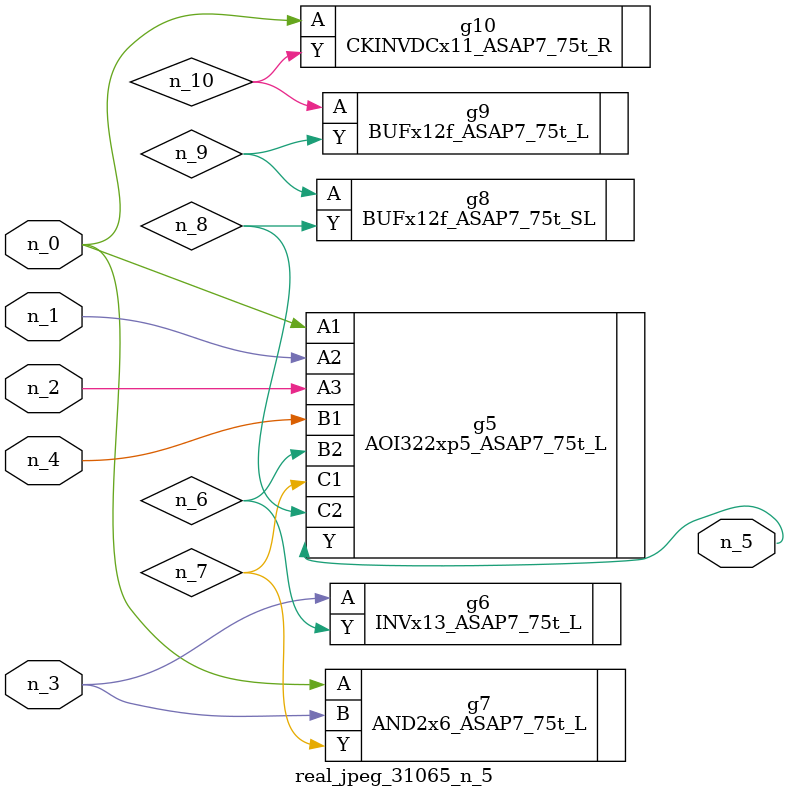
<source format=v>
module real_jpeg_31065_n_5 (n_4, n_0, n_1, n_2, n_3, n_5);

input n_4;
input n_0;
input n_1;
input n_2;
input n_3;

output n_5;

wire n_8;
wire n_6;
wire n_7;
wire n_10;
wire n_9;

AOI322xp5_ASAP7_75t_L g5 ( 
.A1(n_0),
.A2(n_1),
.A3(n_2),
.B1(n_4),
.B2(n_6),
.C1(n_7),
.C2(n_8),
.Y(n_5)
);

AND2x6_ASAP7_75t_L g7 ( 
.A(n_0),
.B(n_3),
.Y(n_7)
);

CKINVDCx11_ASAP7_75t_R g10 ( 
.A(n_0),
.Y(n_10)
);

INVx13_ASAP7_75t_L g6 ( 
.A(n_3),
.Y(n_6)
);

BUFx12f_ASAP7_75t_SL g8 ( 
.A(n_9),
.Y(n_8)
);

BUFx12f_ASAP7_75t_L g9 ( 
.A(n_10),
.Y(n_9)
);


endmodule
</source>
